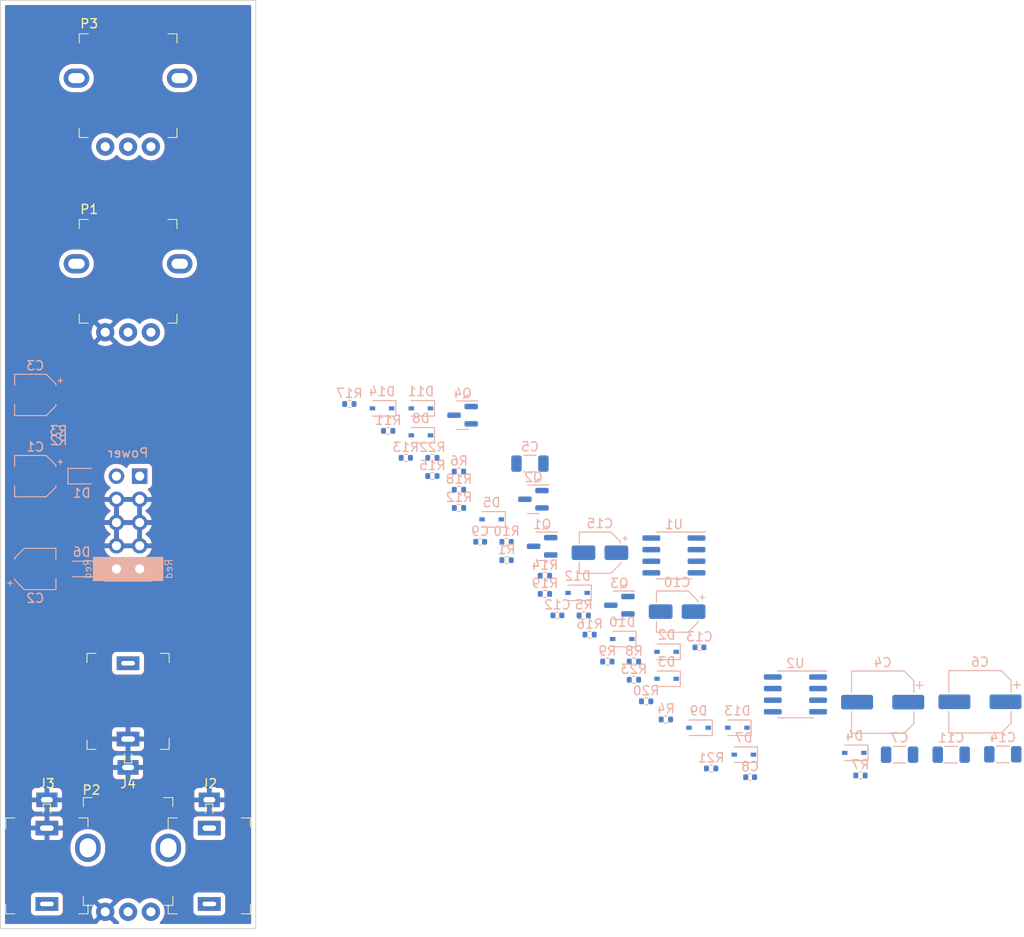
<source format=kicad_pcb>
(kicad_pcb (version 20211014) (generator pcbnew)
  (layers (0 "F.Cu" signal) (31 "B.Cu" signal) (34 "B.Paste" user) (35 "F.Paste" user) (36 "B.SilkS" user "B.Silkscreen") (37 "F.SilkS" user "F.Silkscreen") (38 "B.Mask" user) (39 "F.Mask" user) (44 "Edge.Cuts" user))
  (net 0 "")
  (net 1 "+12V")
  (net 2 "GND")
  (net 3 "-12V")
  (net 4 "+6V")
  (net 5 "Net-(C4-Pad1)")
  (net 6 "Net-(C4-Pad2)")
  (net 7 "Net-(C5-Pad1)")
  (net 8 "Net-(C5-Pad2)")
  (net 9 "Net-(C6-Pad1)")
  (net 10 "Net-(C6-Pad2)")
  (net 11 "Net-(C7-Pad1)")
  (net 12 "Net-(C7-Pad2)")
  (net 13 "Net-(C10-Pad1)")
  (net 14 "Net-(C10-Pad2)")
  (net 15 "Net-(C11-Pad1)")
  (net 16 "Net-(C11-Pad2)")
  (net 17 "Net-(C14-Pad1)")
  (net 18 "Net-(C14-Pad2)")
  (net 19 "Net-(C15-Pad1)")
  (net 20 "Net-(C15-Pad2)")
  (net 21 "Net-(D1-Pad2)")
  (net 22 "Net-(D2-Pad1)")
  (net 23 "Net-(D2-Pad2)")
  (net 24 "Net-(D3-Pad1)")
  (net 25 "Net-(D4-Pad1)")
  (net 26 "Net-(D5-Pad1)")
  (net 27 "Net-(D6-Pad1)")
  (net 28 "Net-(J3-PadT)")
  (net 29 "Net-(J4-PadT)")
  (net 30 "Net-(P2-PadW)")
  (net 31 "Net-(P3-PadCCW)")
  (net 32 "Net-(P3-PadCW)")
  (net 33 "Net-(P3-PadW)")
  (net 34 "Net-(Q1-Pad2)")
  (net 35 "Net-(Q3-Pad1)")
  (net 36 "Net-(Q3-Pad2)")
  (net 37 "Net-(Q3-Pad3)")
  (net 38 "Net-(R4-Pad1)")
  (net 39 "Net-(R7-Pad2)")
  (net 40 "Net-(R14-Pad2)")
  (net 41 "Net-(R15-Pad2)")
  (net 42 "Net-(R22-Pad2)")
  (footprint "Connector_Audio_QingPu:Jack_3.5mm_QingPu_WQP-PJ301M-12" (layer "F.Cu") (at 5.08 93.98 180)
    (fp_text reference "J3" (at 0 8.255) (layer "F.SilkS"))
    (fp_text value "In")
    (pad "S" thru_hole rect (at 0 6.48 180) (size 2.3 1.6) (drill oval 1.3 0.6) (layers *.Cu *.Mask) (net 2 "GND"))
    (pad "T" thru_hole rect (at 0 -4.92 180) (size 2.5 1.5) (drill oval 1.5 0.5) (layers *.Cu *.Mask) (net 28 "Net-(J3-PadT)"))
    (pad "TN" thru_hole rect (at 0 3.38 180) (size 2.5 1.6) (drill oval 1.5 0.6) (layers *.Cu *.Mask) (net 2 "GND"))
  )
  (footprint "Potentiometer_THT_Additional:Potentiometer_AlpsAlpine_RK09L1140" (layer "F.Cu") (at 13.97 16.002)
    (fp_text reference "P3" (at -5.334 -13.462) (layer "F.SilkS") (effects (justify left)))
    (fp_text value "100k")
    (pad "" np_thru_hole oval (at 5.65 -7.5) (size 2.8 2.1) (drill oval 1.8 1.1) (layers *.Cu *.Mask))
    (pad "" np_thru_hole oval (at -5.65 -7.5) (size 2.8 2.1) (drill oval 1.8 1.1) (layers *.Cu *.Mask))
    (pad "CCW" thru_hole circle (at -2.5 0) (size 2 2) (drill 1) (layers *.Cu *.Mask) (net 31 "Net-(P3-PadCCW)"))
    (pad "CW" thru_hole circle (at 2.5 0) (size 2 2) (drill 1) (layers *.Cu *.Mask) (net 32 "Net-(P3-PadCW)"))
    (pad "W" thru_hole circle (at 0 0) (size 2 2) (drill 1) (layers *.Cu *.Mask) (net 33 "Net-(P3-PadW)"))
  )
  (footprint "Potentiometer_THT_Additional:Potentiometer_AlpsAlpine_RK09K1130" (layer "F.Cu") (at 13.97 99.7585)
    (fp_text reference "P2" (at -5.08 -13.335) (layer "F.SilkS") (effects (justify left)))
    (fp_text value "100k")
    (pad "" np_thru_hole oval locked (at -4.4 -7) (size 2.8 3.1) (drill oval 1.8 2.1) (layers *.Cu *.Mask))
    (pad "" np_thru_hole oval locked (at 4.4 -7) (size 2.8 3.1) (drill oval 1.8 2.1) (layers *.Cu *.Mask))
    (pad "CCW" thru_hole circle locked (at -2.5 0) (size 2 2) (drill 1) (layers *.Cu *.Mask) (net 2 "GND"))
    (pad "CW" thru_hole circle locked (at 2.5 0) (size 2 2) (drill 1) (layers *.Cu *.Mask) (net 28 "Net-(J3-PadT)"))
    (pad "W" thru_hole circle locked (at 0 0) (size 2 2) (drill 1) (layers *.Cu *.Mask) (net 30 "Net-(P2-PadW)"))
  )
  (footprint "Connector_Audio_QingPu:Jack_3.5mm_QingPu_WQP-PJ301M-12" (layer "F.Cu") (at 13.97 77.47)
    (fp_text reference "J4" (at 0 8.255) (layer "F.SilkS"))
    (fp_text value "CV")
    (pad "S" thru_hole rect (at 0 6.48) (size 2.3 1.6) (drill oval 1.3 0.6) (layers *.Cu *.Mask) (net 2 "GND"))
    (pad "T" thru_hole rect (at 0 -4.92) (size 2.5 1.5) (drill oval 1.5 0.5) (layers *.Cu *.Mask) (net 29 "Net-(J4-PadT)"))
    (pad "TN" thru_hole rect (at 0 3.38) (size 2.5 1.6) (drill oval 1.5 0.6) (layers *.Cu *.Mask) (net 2 "GND"))
  )
  (footprint "Potentiometer_THT_Additional:Potentiometer_AlpsAlpine_RK09L1140" (layer "F.Cu") (at 13.97 36.322)
    (fp_text reference "P1" (at -5.334 -13.462) (layer "F.SilkS") (effects (justify left)))
    (fp_text value "100k")
    (pad "" np_thru_hole oval (at -5.65 -7.5) (size 2.8 2.1) (drill oval 1.8 1.1) (layers *.Cu *.Mask))
    (pad "" np_thru_hole oval (at 5.65 -7.5) (size 2.8 2.1) (drill oval 1.8 1.1) (layers *.Cu *.Mask))
    (pad "CCW" thru_hole circle (at -2.5 0) (size 2 2) (drill 1) (layers *.Cu *.Mask) (net 2 "GND"))
    (pad "CW" thru_hole circle (at 2.5 0) (size 2 2) (drill 1) (layers *.Cu *.Mask) (net 10 "Net-(C6-Pad2)"))
    (pad "W" thru_hole circle (at 0 0) (size 2 2) (drill 1) (layers *.Cu *.Mask) (net 13 "Net-(C10-Pad1)"))
  )
  (footprint "Connector_Audio_QingPu:Jack_3.5mm_QingPu_WQP-PJ301M-12" (layer "F.Cu") (at 22.86 93.98 180)
    (fp_text reference "J2" (at 0 8.255) (layer "F.SilkS"))
    (fp_text value "Out")
    (pad "S" thru_hole rect (at 0 6.48 180) (size 2.3 1.6) (drill oval 1.3 0.6) (layers *.Cu *.Mask) (net 2 "GND"))
    (pad "T" thru_hole rect (at 0 -4.92 180) (size 2.5 1.5) (drill oval 1.5 0.5) (layers *.Cu *.Mask) (net 6 "Net-(C4-Pad2)"))
    (pad "TN" thru_hole rect (at 0 3.38 180) (size 2.5 1.6) (drill oval 1.5 0.6) (layers *.Cu *.Mask))
  )
  (footprint "Resistor_SMD:R_0402_1005Metric" (layer "B.Cu") (at 59.6 62.97 180)
    (fp_text reference "R14" (at 0 1.17) (layer "B.SilkS") (effects (justify mirror)))
    (fp_text value "10k")
    (pad "1" smd roundrect (at -0.51 0 180) (size 0.54 0.64) (layers "B.Cu" "B.Paste" "B.Mask") (net 29 "Net-(J4-PadT)"))
    (pad "2" smd roundrect (at 0.51 0 180) (size 0.54 0.64) (layers "B.Cu" "B.Paste" "B.Mask") (net 40 "Net-(R14-Pad2)"))
  )
  (footprint "Package_SO:SOIC-8_3.9x4.9mm_P1.27mm" (layer "B.Cu") (at 73.72 60.75 180)
    (fp_text reference "U1" (at 0 3.4) (layer "B.SilkS") (effects (justify mirror)))
    (fp_text value "OP07")
    (pad "1" smd roundrect (at -2.475 1.905 180) (size 1.95 0.6) (layers "B.Cu" "B.Paste" "B.Mask"))
    (pad "2" smd roundrect (at -2.475 0.635 180) (size 1.95 0.6) (layers "B.Cu" "B.Paste" "B.Mask") (net 38 "Net-(R4-Pad1)"))
    (pad "3" smd roundrect (at -2.475 -0.635 180) (size 1.95 0.6) (layers "B.Cu" "B.Paste" "B.Mask") (net 39 "Net-(R7-Pad2)"))
    (pad "4" smd roundrect (at -2.475 -1.905 180) (size 1.95 0.6) (layers "B.Cu" "B.Paste" "B.Mask") (net 3 "-12V"))
    (pad "5" smd roundrect (at 2.475 -1.905 180) (size 1.95 0.6) (layers "B.Cu" "B.Paste" "B.Mask"))
    (pad "6" smd roundrect (at 2.475 -0.635 180) (size 1.95 0.6) (layers "B.Cu" "B.Paste" "B.Mask") (net 9 "Net-(C6-Pad1)"))
    (pad "7" smd roundrect (at 2.475 0.635 180) (size 1.95 0.6) (layers "B.Cu" "B.Paste" "B.Mask") (net 1 "+12V"))
    (pad "8" smd roundrect (at 2.475 1.905 180) (size 1.95 0.6) (layers "B.Cu" "B.Paste" "B.Mask"))
  )
  (footprint "Capacitor_SMD:C_1206_3216Metric" (layer "B.Cu") (at 104.07 82.56 180)
    (fp_text reference "C11" (at 0 1.85) (layer "B.SilkS") (effects (justify mirror)))
    (fp_text value "47n")
    (pad "1" smd roundrect (at -1.475 0 180) (size 1.15 1.8) (layers "B.Cu" "B.Paste" "B.Mask") (roundrect_rratio 0.217391) (net 15 "Net-(C11-Pad1)"))
    (pad "2" smd roundrect (at 1.475 0 180) (size 1.15 1.8) (layers "B.Cu" "B.Paste" "B.Mask") (roundrect_rratio 0.217391) (net 16 "Net-(C11-Pad2)"))
  )
  (footprint "Capacitor_SMD:CP_Elec_4x5.4" (layer "B.Cu") (at 65.62 60.45 180)
    (fp_text reference "C15" (at 0 3.2) (layer "B.SilkS") (effects (justify mirror)))
    (fp_text value "10u")
    (pad "1" smd roundrect (at -1.8 0 180) (size 2.6 1.6) (layers "B.Cu" "B.Paste" "B.Mask") (roundrect_rratio 0.15625) (net 19 "Net-(C15-Pad1)"))
    (pad "2" smd roundrect (at 1.8 0 180) (size 2.6 1.6) (layers "B.Cu" "B.Paste" "B.Mask") (roundrect_rratio 0.15625) (net 20 "Net-(C15-Pad2)"))
  )
  (footprint "Capacitor_SMD:C_1206_3216Metric" (layer "B.Cu") (at 98.42 82.56 180)
    (fp_text reference "C7" (at 0 1.85) (layer "B.SilkS") (effects (justify mirror)))
    (fp_text value "47n")
    (pad "1" smd roundrect (at -1.475 0 180) (size 1.15 1.8) (layers "B.Cu" "B.Paste" "B.Mask") (roundrect_rratio 0.217391) (net 11 "Net-(C7-Pad1)"))
    (pad "2" smd roundrect (at 1.475 0 180) (size 1.15 1.8) (layers "B.Cu" "B.Paste" "B.Mask") (roundrect_rratio 0.217391) (net 12 "Net-(C7-Pad2)"))
  )
  (footprint "Capacitor_SMD:C_1206_3216Metric" (layer "B.Cu") (at 109.72 82.52 180)
    (fp_text reference "C14" (at 0 1.85) (layer "B.SilkS") (effects (justify mirror)))
    (fp_text value "47n")
    (pad "1" smd roundrect (at -1.475 0 180) (size 1.15 1.8) (layers "B.Cu" "B.Paste" "B.Mask") (roundrect_rratio 0.217391) (net 17 "Net-(C14-Pad1)"))
    (pad "2" smd roundrect (at 1.475 0 180) (size 1.15 1.8) (layers "B.Cu" "B.Paste" "B.Mask") (roundrect_rratio 0.217391) (net 18 "Net-(C14-Pad2)"))
  )
  (footprint "Diode_SMD:D_SOD-323" (layer "B.Cu") (at 93.47 82.36 180)
    (fp_text reference "D4" (at 0 1.85) (layer "B.SilkS") (effects (justify mirror)))
    (fp_text value "1N4148WS")
    (pad "1" smd rect (at -1.05 0 180) (size 0.6 0.45) (layers "B.Cu" "B.Paste" "B.Mask") (net 25 "Net-(D4-Pad1)"))
    (pad "2" smd rect (at 1.05 0 180) (size 0.6 0.45) (layers "B.Cu" "B.Paste" "B.Mask") (net 22 "Net-(D2-Pad1)"))
  )
  (footprint "Package_SO:SOIC-8_3.9x4.9mm_P1.27mm" (layer "B.Cu") (at 87.02 75.96 180)
    (fp_text reference "U2" (at 0 3.4) (layer "B.SilkS") (effects (justify mirror)))
    (fp_text value "OP07")
    (pad "1" smd roundrect (at -2.475 1.905 180) (size 1.95 0.6) (layers "B.Cu" "B.Paste" "B.Mask"))
    (pad "2" smd roundrect (at -2.475 0.635 180) (size 1.95 0.6) (layers "B.Cu" "B.Paste" "B.Mask") (net 40 "Net-(R14-Pad2)"))
    (pad "3" smd roundrect (at -2.475 -0.635 180) (size 1.95 0.6) (layers "B.Cu" "B.Paste" "B.Mask") (net 42 "Net-(R22-Pad2)"))
    (pad "4" smd roundrect (at -2.475 -1.905 180) (size 1.95 0.6) (layers "B.Cu" "B.Paste" "B.Mask") (net 3 "-12V"))
    (pad "5" smd roundrect (at 2.475 -1.905 180) (size 1.95 0.6) (layers "B.Cu" "B.Paste" "B.Mask"))
    (pad "6" smd roundrect (at 2.475 -0.635 180) (size 1.95 0.6) (layers "B.Cu" "B.Paste" "B.Mask") (net 41 "Net-(R15-Pad2)"))
    (pad "7" smd roundrect (at 2.475 0.635 180) (size 1.95 0.6) (layers "B.Cu" "B.Paste" "B.Mask") (net 1 "+12V"))
    (pad "8" smd roundrect (at 2.475 1.905 180) (size 1.95 0.6) (layers "B.Cu" "B.Paste" "B.Mask"))
  )
  (footprint "Package_TO_SOT_SMD:SOT-23" (layer "B.Cu") (at 59.3 59.75 180)
    (fp_text reference "Q1" (at 0 2.4) (layer "B.SilkS") (effects (justify mirror)))
    (fp_text value "MMBT3904")
    (pad "1" smd roundrect (at -0.9375 0.95 180) (size 1.475 0.6) (layers "B.Cu" "B.Paste" "B.Mask") (net 20 "Net-(C15-Pad2)"))
    (pad "2" smd roundrect (at -0.9375 -0.95 180) (size 1.475 0.6) (layers "B.Cu" "B.Paste" "B.Mask") (net 34 "Net-(Q1-Pad2)"))
    (pad "3" smd roundrect (at 0.9375 0 180) (size 1.475 0.6) (layers "B.Cu" "B.Paste" "B.Mask") (net 17 "Net-(C14-Pad1)"))
  )
  (footprint "Resistor_SMD:R_0402_1005Metric" (layer "B.Cu") (at 64.49 69.42 180)
    (fp_text reference "R16" (at 0 1.17) (layer "B.SilkS") (effects (justify mirror)))
    (fp_text value "33k")
    (pad "1" smd roundrect (at -0.51 0 180) (size 0.54 0.64) (layers "B.Cu" "B.Paste" "B.Mask") (net 32 "Net-(P3-PadCW)"))
    (pad "2" smd roundrect (at 0.51 0 180) (size 0.54 0.64) (layers "B.Cu" "B.Paste" "B.Mask") (net 1 "+12V"))
  )
  (footprint "Resistor_SMD:R_0402_1005Metric" (layer "B.Cu") (at 55.4 59.27 180)
    (fp_text reference "R10" (at 0 1.17) (layer "B.SilkS") (effects (justify mirror)))
    (fp_text value "10k")
    (pad "1" smd roundrect (at -0.51 0 180) (size 0.54 0.64) (layers "B.Cu" "B.Paste" "B.Mask") (net 30 "Net-(P2-PadW)"))
    (pad "2" smd roundrect (at 0.51 0 180) (size 0.54 0.64) (layers "B.Cu" "B.Paste" "B.Mask") (net 19 "Net-(C15-Pad1)"))
  )
  (footprint "Capacitor_SMD:CP_Elec_4x5.4" (layer "B.Cu") (at 3.81 43.18 180)
    (fp_text reference "C3" (at 0 3.2) (layer "B.SilkS") (effects (justify mirror)))
    (fp_text value "10u")
    (pad "1" smd roundrect (at -1.8 0 180) (size 2.6 1.6) (layers "B.Cu" "B.Paste" "B.Mask") (roundrect_rratio 0.15625) (net 4 "+6V"))
    (pad "2" smd roundrect (at 1.8 0 180) (size 2.6 1.6) (layers "B.Cu" "B.Paste" "B.Mask") (roundrect_rratio 0.15625) (net 2 "GND"))
  )
  (footprint "Capacitor_SMD:CP_Elec_4x5.4" (layer "B.Cu") (at 3.81 52.07 180)
    (fp_text reference "C1" (at 0 3.2) (layer "B.SilkS") (effects (justify mirror)))
    (fp_text value "10u")
    (pad "1" smd roundrect (at -1.8 0 180) (size 2.6 1.6) (layers "B.Cu" "B.Paste" "B.Mask") (roundrect_rratio 0.15625) (net 1 "+12V"))
    (pad "2" smd roundrect (at 1.8 0 180) (size 2.6 1.6) (layers "B.Cu" "B.Paste" "B.Mask") (roundrect_rratio 0.15625) (net 2 "GND"))
  )
  (footprint "Resistor_SMD:R_0402_1005Metric" (layer "B.Cu") (at 55.4 61.26 180)
    (fp_text reference "R1" (at 0 1.17) (layer "B.SilkS") (effects (justify mirror)))
    (fp_text value "1k")
    (pad "1" smd roundrect (at -0.51 0 180) (size 0.54 0.64) (layers "B.Cu" "B.Paste" "B.Mask") (net 23 "Net-(D2-Pad2)"))
    (pad "2" smd roundrect (at 0.51 0 180) (size 0.54 0.64) (layers "B.Cu" "B.Paste" "B.Mask") (net 1 "+12V"))
  )
  (footprint "Diode_SMD:D_SOD-323" (layer "B.Cu") (at 8.89 62.23 180)
    (fp_text reference "D6" (at 0 1.85) (layer "B.SilkS") (effects (justify mirror)))
    (fp_text value "B5817")
    (pad "1" smd rect (at -1.05 0 180) (size 0.6 0.45) (layers "B.Cu" "B.Paste" "B.Mask") (net 27 "Net-(D6-Pad1)"))
    (pad "2" smd rect (at 1.05 0 180) (size 0.6 0.45) (layers "B.Cu" "B.Paste" "B.Mask") (net 3 "-12V"))
  )
  (footprint "Capacitor_SMD:CP_Elec_4x5.4" (layer "B.Cu") (at 74.07 66.9 180)
    (fp_text reference "C10" (at 0 3.2) (layer "B.SilkS") (effects (justify mirror)))
    (fp_text value "10u")
    (pad "1" smd roundrect (at -1.8 0 180) (size 2.6 1.6) (layers "B.Cu" "B.Paste" "B.Mask") (roundrect_rratio 0.15625) (net 13 "Net-(C10-Pad1)"))
    (pad "2" smd roundrect (at 1.8 0 180) (size 2.6 1.6) (layers "B.Cu" "B.Paste" "B.Mask") (roundrect_rratio 0.15625) (net 14 "Net-(C10-Pad2)"))
  )
  (footprint "Package_TO_SOT_SMD:SOT-23" (layer "B.Cu") (at 58.34 54.6 180)
    (fp_text reference "Q2" (at 0 2.4) (layer "B.SilkS") (effects (justify mirror)))
    (fp_text value "MMBT3904")
    (pad "1" smd roundrect (at -0.9375 0.95 180) (size 1.475 0.6) (layers "B.Cu" "B.Paste" "B.Mask") (net 14 "Net-(C10-Pad2)"))
    (pad "2" smd roundrect (at -0.9375 -0.95 180) (size 1.475 0.6) (layers "B.Cu" "B.Paste" "B.Mask") (net 34 "Net-(Q1-Pad2)"))
    (pad "3" smd roundrect (at 0.9375 0 180) (size 1.475 0.6) (layers "B.Cu" "B.Paste" "B.Mask") (net 18 "Net-(C14-Pad2)"))
  )
  (footprint "Capacitor_SMD:C_0402_1005Metric" (layer "B.Cu") (at 76.51 70.81 180)
    (fp_text reference "C13" (at 0 1.16) (layer "B.SilkS") (effects (justify mirror)))
    (fp_text value "100n")
    (pad "1" smd roundrect (at -0.48 0 180) (size 0.56 0.62) (layers "B.Cu" "B.Paste" "B.Mask") (net 2 "GND"))
    (pad "2" smd roundrect (at 0.48 0 180) (size 0.56 0.62) (layers "B.Cu" "B.Paste" "B.Mask") (net 3 "-12V"))
  )
  (footprint "Resistor_SMD:R_0402_1005Metric" (layer "B.Cu") (at 66.43 72.37 180)
    (fp_text reference "R9" (at 0 1.17) (layer "B.SilkS") (effects (justify mirror)))
    (fp_text value "18k")
    (pad "1" smd roundrect (at -0.51 0 180) (size 0.54 0.64) (layers "B.Cu" "B.Paste" "B.Mask") (net 2 "GND"))
    (pad "2" smd roundrect (at 0.51 0 180) (size 0.54 0.64) (layers "B.Cu" "B.Paste" "B.Mask") (net 13 "Net-(C10-Pad1)"))
  )
  (footprint "Resistor_SMD:R_0402_1005Metric" (layer "B.Cu") (at 59.6 64.96 180)
    (fp_text reference "R19" (at 0 1.17) (layer "B.SilkS") (effects (justify mirror)))
    (fp_text value "33k")
    (pad "1" smd roundrect (at -0.51 0 180) (size 0.54 0.64) (layers "B.Cu" "B.Paste" "B.Mask") (net 41 "Net-(R15-Pad2)"))
    (pad "2" smd roundrect (at 0.51 0 180) (size 0.54 0.64) (layers "B.Cu" "B.Paste" "B.Mask") (net 35 "Net-(Q3-Pad1)"))
  )
  (footprint "Diode_SMD:D_SOD-323" (layer "B.Cu") (at 46.02 47.6 180)
    (fp_text reference "D8" (at 0 1.85) (layer "B.SilkS") (effects (justify mirror)))
    (fp_text value "1N4148WS")
    (pad "1" smd rect (at -1.05 0 180) (size 0.6 0.45) (layers "B.Cu" "B.Paste" "B.Mask") (net 8 "Net-(C5-Pad2)"))
    (pad "2" smd rect (at 1.05 0 180) (size 0.6 0.45) (layers "B.Cu" "B.Paste" "B.Mask") (net 26 "Net-(D5-Pad1)"))
  )
  (footprint "Resistor_SMD:R_0402_1005Metric" (layer "B.Cu") (at 42.44 47.12 180)
    (fp_text reference "R11" (at 0 1.17) (layer "B.SilkS") (effects (justify mirror)))
    (fp_text value "33k")
    (pad "1" smd roundrect (at -0.51 0 180) (size 0.54 0.64) (layers "B.Cu" "B.Paste" "B.Mask") (net 2 "GND"))
    (pad "2" smd roundrect (at 0.51 0 180) (size 0.54 0.64) (layers "B.Cu" "B.Paste" "B.Mask") (net 19 "Net-(C15-Pad1)"))
  )
  (footprint "Diode_SMD:D_SOD-323" (layer "B.Cu") (at 63.18 64.85 180)
    (fp_text reference "D12" (at 0 1.85) (layer "B.SilkS") (effects (justify mirror)))
    (fp_text value "1N4148WS")
    (pad "1" smd rect (at -1.05 0 180) (size 0.6 0.45) (layers "B.Cu" "B.Paste" "B.Mask") (net 16 "Net-(C11-Pad2)"))
    (pad "2" smd rect (at 1.05 0 180) (size 0.6 0.45) (layers "B.Cu" "B.Paste" "B.Mask") (net 12 "Net-(C7-Pad2)"))
  )
  (footprint "Resistor_SMD:R_0402_1005Metric" (layer "B.Cu") (at 94.14 84.83 180)
    (fp_text reference "R7" (at 0 1.17) (layer "B.SilkS") (effects (justify mirror)))
    (fp_text value "6.8k")
    (pad "1" smd roundrect (at -0.51 0 180) (size 0.54 0.64) (layers "B.Cu" "B.Paste" "B.Mask") (net 8 "Net-(C5-Pad2)"))
    (pad "2" smd roundrect (at 0.51 0 180) (size 0.54 0.64) (layers "B.Cu" "B.Paste" "B.Mask") (net 39 "Net-(R7-Pad2)"))
  )
  (footprint "Resistor_SMD:R_0402_1005Metric" (layer "B.Cu") (at 6.35 46.99)
    (fp_text reference "R2" (at 0 1.17) (layer "B.SilkS") (effects (justify mirror)))
    (fp_text value "10k")
    (pad "1" smd roundrect (at -0.51 0) (size 0.54 0.64) (layers "B.Cu" "B.Paste" "B.Mask") (net 1 "+12V"))
    (pad "2" smd roundrect (at 0.51 0) (size 0.54 0.64) (layers "B.Cu" "B.Paste" "B.Mask") (net 4 "+6V"))
  )
  (footprint "Resistor_SMD:R_0402_1005Metric" (layer "B.Cu") (at 72.84 78.71 180)
    (fp_text reference "R4" (at 0 1.17) (layer "B.SilkS") (effects (justify mirror)))
    (fp_text value "82k")
    (pad "1" smd roundrect (at -0.51 0 180) (size 0.54 0.64) (layers "B.Cu" "B.Paste" "B.Mask") (net 38 "Net-(R4-Pad1)"))
    (pad "2" smd roundrect (at 0.51 0 180) (size 0.54 0.64) (layers "B.Cu" "B.Paste" "B.Mask") (net 9 "Net-(C6-Pad1)"))
  )
  (footprint "Package_TO_SOT_SMD:SOT-23" (layer "B.Cu") (at 67.75 66.2 180)
    (fp_text reference "Q3" (at 0 2.4) (layer "B.SilkS") (effects (justify mirror)))
    (fp_text value "MMBT3904")
    (pad "1" smd roundrect (at -0.9375 0.95 180) (size 1.475 0.6) (layers "B.Cu" "B.Paste" "B.Mask") (net 35 "Net-(Q3-Pad1)"))
    (pad "2" smd roundrect (at -0.9375 -0.95 180) (size 1.475 0.6) (layers "B.Cu" "B.Paste" "B.Mask") (net 36 "Net-(Q3-Pad2)"))
    (pad "3" smd roundrect (at 0.9375 0 180) (size 1.475 0.6) (layers "B.Cu" "B.Paste" "B.Mask") (net 37 "Net-(Q3-Pad3)"))
  )
  (footprint "Resistor_SMD:R_0402_1005Metric" (layer "B.Cu") (at 63.85 67.32 180)
    (fp_text reference "R5" (at 0 1.17) (layer "B.SilkS") (effects (justify mirror)))
    (fp_text value "6.8k")
    (pad "1" smd roundrect (at -0.51 0 180) (size 0.54 0.64) (layers "B.Cu" "B.Paste" "B.Mask") (net 7 "Net-(C5-Pad1)"))
    (pad "2" smd roundrect (at 0.51 0 180) (size 0.54 0.64) (layers "B.Cu" "B.Paste" "B.Mask") (net 38 "Net-(R4-Pad1)"))
  )
  (footprint "Diode_SMD:D_SOD-323" (layer "B.Cu") (at 8.89 52.07)
    (fp_text reference "D1" (at 0 1.85) (layer "B.SilkS") (effects (justify mirror)))
    (fp_text value "B5817")
    (pad "1" smd rect (at -1.05 0) (size 0.6 0.45) (layers "B.Cu" "B.Paste" "B.Mask") (net 1 "+12V"))
    (pad "2" smd rect (at 1.05 0) (size 0.6 0.45) (layers "B.Cu" "B.Paste" "B.Mask") (net 21 "Net-(D1-Pad2)"))
  )
  (footprint "Diode_SMD:D_SOD-323" (layer "B.Cu") (at 72.92 71.3 180)
    (fp_text reference "D2" (at 0 1.85) (layer "B.SilkS") (effects (justify mirror)))
    (fp_text value "1N4148WS")
    (pad "1" smd rect (at -1.05 0 180) (size 0.6 0.45) (layers "B.Cu" "B.Paste" "B.Mask") (net 22 "Net-(D2-Pad1)"))
    (pad "2" smd rect (at 1.05 0 180) (size 0.6 0.45) (layers "B.Cu" "B.Paste" "B.Mask") (net 23 "Net-(D2-Pad2)"))
  )
  (footprint "CATs_Eurosynth_Specials:Power_2x5_Vertical" (layer "B.Cu") (at 15.24 52.07 180)
    (fp_text reference "J1" hide)
    (fp_text value "Power" (at 1.27 2.54) (layer "B.SilkS") (effects (justify mirror)))
    (fp_text user "Red" (at 5.715 -10.16 90) (layer "B.SilkS") (effects (font (size 0.8 0.8) (thickness 0.1)) (justify mirror)))
    (fp_text user "Red" (at -3.175 -10.16 90) (layer "B.SilkS") (effects (font (size 0.8 0.8) (thickness 0.1)) (justify mirror)))
    (pad "+12V" thru_hole rect locked (at 0 0 180) (size 1.7 1.7) (drill 1) (layers *.Cu *.Mask) (net 21 "Net-(D1-Pad2)"))
    (pad "+12V" thru_hole oval locked (at 2.54 0 180) (size 1.7 1.7) (drill 1) (layers *.Cu *.Mask) (net 21 "Net-(D1-Pad2)"))
    (pad "-12V" thru_hole oval locked (at 2.54 -10.16 180) (size 1.7 1.7) (drill 1) (layers *.Cu *.Mask) (net 27 "Net-(D6-Pad1)"))
    (pad "-12V" thru_hole oval locked (at 0 -10.16 180) (size 1.7 1.7) (drill 1) (layers *.Cu *.Mask) (net 27 "Net-(D6-Pad1)"))
    (pad "GND" thru_hole oval locked (at 0 -2.54 180) (size 1.7 1.7) (drill 1) (layers *.Cu *.Mask) (net 2 "GND"))
    (pad "GND" thru_hole oval locked (at 0 -5.08 180) (size 1.7 1.7) (drill 1) (layers *.Cu *.Mask) (net 2 "GND"))
    (pad "GND" thru_hole oval locked (at 2.54 -7.62 180) (size 1.7 1.7) (drill 1) (layers *.Cu *.Mask) (net 2 "GND"))
    (pad "GND" thru_hole oval locked (at 2.54 -2.54 180) (size 1.7 1.7) (drill 1) (layers *.Cu *.Mask) (net 2 "GND"))
    (pad "GND" thru_hole oval locked (at 0 -7.62 180) (size 1.7 1.7) (drill 1) (layers *.Cu *.Mask) (net 2 "GND"))
    (pad "GND" thru_hole oval locked (at 2.54 -5.08 180) (size 1.7 1.7) (drill 1) (layers *.Cu *.Mask) (net 2 "GND"))
  )
  (footprint "Diode_SMD:D_SOD-323" (layer "B.Cu") (at 76.42 79.61 180)
    (fp_text reference "D9" (at 0 1.85) (layer "B.SilkS") (effects (justify mirror)))
    (fp_text value "1N4148WS")
    (pad "1" smd rect (at -1.05 0 180) (size 0.6 0.45) (layers "B.Cu" "B.Paste" "B.Mask") (net 11 "Net-(C7-Pad1)"))
    (pad "2" smd rect (at 1.05 0 180) (size 0.6 0.45) (layers "B.Cu" "B.Paste" "B.Mask") (net 7 "Net-(C5-Pad1)"))
  )
  (footprint "Diode_SMD:D_SOD-323" (layer "B.Cu") (at 80.67 79.61 180)
    (fp_text reference "D13" (at 0 1.85) (layer "B.SilkS") (effects (justify mirror)))
    (fp_text value "1N4148WS")
    (pad "1" smd rect (at -1.05 0 180) (size 0.6 0.45) (layers "B.Cu" "B.Paste" "B.Mask") (net 17 "Net-(C14-Pad1)"))
    (pad "2" smd rect (at 1.05 0 180) (size 0.6 0.45) (layers "B.Cu" "B.Paste" "B.Mask") (net 15 "Net-(C11-Pad1)"))
  )
  (footprint "Capacitor_SMD:CP_Elec_4x5.4" (layer "B.Cu") (at 3.81 62.23)
    (fp_text reference "C2" (at 0 3.2) (layer "B.SilkS") (effects (justify mirror)))
    (fp_text value "10u")
    (pad "1" smd roundrect (at -1.8 0) (size 2.6 1.6) (layers "B.Cu" "B.Paste" "B.Mask") (roundrect_rratio 0.15625) (net 2 "GND"))
    (pad "2" smd roundrect (at 1.8 0) (size 2.6 1.6) (layers "B.Cu" "B.Paste" "B.Mask") (roundrect_rratio 0.15625) (net 3 "-12V"))
  )
  (footprint "Capacitor_SMD:C_0402_1005Metric" (layer "B.Cu") (at 60.96 67.31 180)
    (fp_text reference "C12" (at 0 1.16) (layer "B.SilkS") (effects (justify mirror)))
    (fp_text value "100n")
    (pad "1" smd roundrect (at -0.48 0 180) (size 0.56 0.62) (layers "B.Cu" "B.Paste" "B.Mask") (net 2 "GND"))
    (pad "2" smd roundrect (at 0.48 0 180) (size 0.56 0.62) (layers "B.Cu" "B.Paste" "B.Mask") (net 3 "-12V"))
  )
  (footprint "Resistor_SMD:R_0402_1005Metric" (layer "B.Cu") (at 38.19 44.17 180)
    (fp_text reference "R17" (at 0 1.17) (layer "B.SilkS") (effects (justify mirror)))
    (fp_text value "4.7k")
    (pad "1" smd roundrect (at -0.51 0 180) (size 0.54 0.64) (layers "B.Cu" "B.Paste" "B.Mask") (net 37 "Net-(Q3-Pad3)"))
    (pad "2" smd roundrect (at 0.51 0 180) (size 0.54 0.64) (layers "B.Cu" "B.Paste" "B.Mask") (net 1 "+12V"))
  )
  (footprint "Resistor_SMD:R_0402_1005Metric" (layer "B.Cu") (at 70.68 76.72 180)
    (fp_text reference "R20" (at 0 1.17) (layer "B.SilkS") (effects (justify mirror)))
    (fp_text value "2.2k")
    (pad "1" smd roundrect (at -0.51 0 180) (size 0.54 0.64) (layers "B.Cu" "B.Paste" "B.Mask") (net 2 "GND"))
    (pad "2" smd roundrect (at 0.51 0 180) (size 0.54 0.64) (layers "B.Cu" "B.Paste" "B.Mask") (net 35 "Net-(Q3-Pad1)"))
  )
  (footprint "Capacitor_SMD:C_0402_1005Metric" (layer "B.Cu") (at 82.06 85.02 180)
    (fp_text reference "C8" (at 0 1.16) (layer "B.SilkS") (effects (justify mirror)))
    (fp_text value "100n")
    (pad "1" smd roundrect (at -0.48 0 180) (size 0.56 0.62) (layers "B.Cu" "B.Paste" "B.Mask") (net 1 "+12V"))
    (pad "2" smd roundrect (at 0.48 0 180) (size 0.56 0.62) (layers "B.Cu" "B.Paste" "B.Mask") (net 2 "GND"))
  )
  (footprint "Resistor_SMD:R_0402_1005Metric" (layer "B.Cu") (at 47.28 50.07 180)
    (fp_text reference "R22" (at 0 1.17) (layer "B.SilkS") (effects (justify mirror)))
    (fp_text value "10k")
    (pad "1" smd roundrect (at -0.51 0 180) (size 0.54 0.64) (layers "B.Cu" "B.Paste" "B.Mask") (net 2 "GND"))
    (pad "2" smd roundrect (at 0.51 0 180) (size 0.54 0.64) (layers "B.Cu" "B.Paste" "B.Mask") (net 42 "Net-(R22-Pad2)"))
  )
  (footprint "Diode_SMD:D_SOD-323" (layer "B.Cu") (at 46.02 44.65 180)
    (fp_text reference "D11" (at 0 1.85) (layer "B.SilkS") (effects (justify mirror)))
    (fp_text value "1N4148WS")
    (pad "1" smd rect (at -1.05 0 180) (size 0.6 0.45) (layers "B.Cu" "B.Paste" "B.Mask") (net 15 "Net-(C11-Pad1)"))
    (pad "2" smd rect (at 1.05 0 180) (size 0.6 0.45) (layers "B.Cu" "B.Paste" "B.Mask") (net 11 "Net-(C7-Pad1)"))
  )
  (footprint "Capacitor_SMD:C_0402_1005Metric" (layer "B.Cu") (at 52.51 59.26 180)
    (fp_text reference "C9" (at 0 1.16) (layer "B.SilkS") (effects (justify mirror)))
    (fp_text value "100n")
    (pad "1" smd roundrect (at -0.48 0 180) (size 0.56 0.62) (layers "B.Cu" "B.Paste" "B.Mask") (net 1 "+12V"))
    (pad "2" smd roundrect (at 0.48 0 180) (size 0.56 0.62) (layers "B.Cu" "B.Paste" "B.Mask") (net 2 "GND"))
  )
  (footprint "Diode_SMD:D_SOD-323" (layer "B.Cu") (at 81.37 82.56 180)
    (fp_text reference "D7" (at 0 1.85) (layer "B.SilkS") (effects (justify mirror)))
    (fp_text value "1N4148WS")
    (pad "1" smd rect (at -1.05 0 180) (size 0.6 0.45) (layers "B.Cu" "B.Paste" "B.Mask") (net 7 "Net-(C5-Pad1)"))
    (pad "2" smd rect (at 1.05 0 180) (size 0.6 0.45) (layers "B.Cu" "B.Paste" "B.Mask") (net 25 "Net-(D4-Pad1)"))
  )
  (footprint "Capacitor_SMD:CP_Elec_6.3x5.4" (layer "B.Cu") (at 96.57 76.81 180)
    (fp_text reference "C4" (at 0 4.35) (layer "B.SilkS") (effects (justify mirror)))
    (fp_text value "4.7u")
    (pad "1" smd roundrect (at -2.8 0 180) (size 3.5 1.6) (layers "B.Cu" "B.Paste" "B.Mask") (roundrect_rratio 0.15625) (net 5 "Net-(C4-Pad1)"))
    (pad "2" smd roundrect (at 2.8 0 180) (size 3.5 1.6) (layers "B.Cu" "B.Paste" "B.Mask") (roundrect_rratio 0.15625) (net 6 "Net-(C4-Pad2)"))
  )
  (footprint "Diode_SMD:D_SOD-323" (layer "B.Cu") (at 72.92 74.25 180)
    (fp_text reference "D3" (at 0 1.85) (layer "B.SilkS") (effects (justify mirror)))
    (fp_text value "1N4148WS")
    (pad "1" smd rect (at -1.05 0 180) (size 0.6 0.45) (layers "B.Cu" "B.Paste" "B.Mask") (net 24 "Net-(D3-Pad1)"))
    (pad "2" smd rect (at 1.05 0 180) (size 0.6 0.45) (layers "B.Cu" "B.Paste" "B.Mask") (net 23 "Net-(D2-Pad2)"))
  )
  (footprint "Resistor_SMD:R_0402_1005Metric" (layer "B.Cu") (at 50.19 55.55 180)
    (fp_text reference "R12" (at 0 1.17) (layer "B.SilkS") (effects (justify mirror)))
    (fp_text value "2.2k")
    (pad "1" smd roundrect (at -0.51 0 180) (size 0.54 0.64) (layers "B.Cu" "B.Paste" "B.Mask") (net 4 "+6V"))
    (pad "2" smd roundrect (at 0.51 0 180) (size 0.54 0.64) (layers "B.Cu" "B.Paste" "B.Mask") (net 20 "Net-(C15-Pad2)"))
  )
  (footprint "Diode_SMD:D_SOD-323" (layer "B.Cu") (at 68.07 69.9 180)
    (fp_text reference "D10" (at 0 1.85) (layer "B.SilkS") (effects (justify mirror)))
    (fp_text value "1N4148WS")
    (pad "1" smd rect (at -1.05 0 180) (size 0.6 0.45) (layers "B.Cu" "B.Paste" "B.Mask") (net 12 "Net-(C7-Pad2)"))
    (pad "2" smd rect (at 1.05 0 180) (size 0.6 0.45) (layers "B.Cu" "B.Paste" "B.Mask") (net 8 "Net-(C5-Pad2)"))
  )
  (footprint "Diode_SMD:D_SOD-323" (layer "B.Cu") (at 41.77 44.65 180)
    (fp_text reference "D14" (at 0 1.85) (layer "B.SilkS") (effects (justify mirror)))
    (fp_text value "1N4148WS")
    (pad "1" smd rect (at -1.05 0 180) (size 0.6 0.45) (layers "B.Cu" "B.Paste" "B.Mask") (net 18 "Net-(C14-Pad2)"))
    (pad "2" smd rect (at 1.05 0 180) (size 0.6 0.45) (layers "B.Cu" "B.Paste" "B.Mask") (net 16 "Net-(C11-Pad2)"))
  )
  (footprint "Capacitor_SMD:CP_Elec_6.3x5.4" (layer "B.Cu") (at 107.22 76.77 180)
    (fp_text reference "C6" (at 0 4.35) (layer "B.SilkS") (effects (justify mirror)))
    (fp_text value "4.7u")
    (pad "1" smd roundrect (at -2.8 0 180) (size 3.5 1.6) (layers "B.Cu" "B.Paste" "B.Mask") (roundrect_rratio 0.15625) (net 9 "Net-(C6-Pad1)"))
    (pad "2" smd roundrect (at 2.8 0 180) (size 3.5 1.6) (layers "B.Cu" "B.Paste" "B.Mask") (roundrect_rratio 0.15625) (net 10 "Net-(C6-Pad2)"))
  )
  (footprint "Resistor_SMD:R_0402_1005Metric" (layer "B.Cu") (at 77.79 84.07 180)
    (fp_text reference "R21" (at 0 1.17) (layer "B.SilkS") (effects (justify mirror)))
    (fp_text value "2.2k")
    (pad "1" smd roundrect (at -0.51 0 180) (size 0.54 0.64) (layers "B.Cu" "B.Paste" "B.Mask") (net 3 "-12V"))
    (pad "2" smd roundrect (at 0.51 0 180) (size 0.54 0.64) (layers "B.Cu" "B.Paste" "B.Mask") (net 31 "Net-(P3-PadCCW)"))
  )
  (footprint "Resistor_SMD:R_0402_1005Metric" (layer "B.Cu") (at 50.19 51.57 180)
    (fp_text reference "R6" (at 0 1.17) (layer "B.SilkS") (effects (justify mirror)))
    (fp_text value "1k")
    (pad "1" smd roundrect (at -0.51 0 180) (size 0.54 0.64) (layers "B.Cu" "B.Paste" "B.Mask") (net 9 "Net-(C6-Pad1)"))
    (pad "2" smd roundrect (at 0.51 0 180) (size 0.54 0.64) (layers "B.Cu" "B.Paste" "B.Mask") (net 5 "Net-(C4-Pad1)"))
  )
  (footprint "Capacitor_SMD:C_1206_3216Metric" (layer "B.Cu") (at 57.96 50.7 180)
    (fp_text reference "C5" (at 0 1.85) (layer "B.SilkS") (effects (justify mirror)))
    (fp_text value "47n")
    (pad "1" smd roundrect (at -1.475 0 180) (size 1.15 1.8) (layers "B.Cu" "B.Paste" "B.Mask") (roundrect_rratio 0.217391) (net 7 "Net-(C5-Pad1)"))
    (pad "2" smd roundrect (at 1.475 0 180) (size 1.15 1.8) (layers "B.Cu" "B.Paste" "B.Mask") (roundrect_rratio 0.217391) (net 8 "Net-(C5-Pad2)"))
  )
  (footprint "Resistor_SMD:R_0402_1005Metric" (layer "B.Cu") (at 50.19 53.56 180)
    (fp_text reference "R18" (at 0 1.17) (layer "B.SilkS") (effects (justify mirror)))
    (fp_text value "33k")
    (pad "1" smd roundrect (at -0.51 0 180) (size 0.54 0.64) (layers "B.Cu" "B.Paste" "B.Mask") (net 33 "Net-(P3-PadW)"))
    (pad "2" smd roundrect (at 0.51 0 180) (size 0.54 0.64) (layers "B.Cu" "B.Paste" "B.Mask") (net 40 "Net-(R14-Pad2)"))
  )
  (footprint "Resistor_SMD:R_0402_1005Metric" (layer "B.Cu") (at 44.37 50.07 180)
    (fp_text reference "R13" (at 0 1.17) (layer "B.SilkS") (effects (justify mirror)))
    (fp_text value "2.2k")
    (pad "1" smd roundrect (at -0.51 0 180) (size 0.54 0.64) (layers "B.Cu" "B.Paste" "B.Mask") (net 4 "+6V"))
    (pad "2" smd roundrect (at 0.51 0 180) (size 0.54 0.64) (layers "B.Cu" "B.Paste" "B.Mask") (net 14 "Net-(C10-Pad2)"))
  )
  (footprint "Resistor_SMD:R_0402_1005Metric" (layer "B.Cu") (at 69.34 72.37 180)
    (fp_text reference "R8" (at 0 1.17) (layer "B.SilkS") (effects (justify mirror)))
    (fp_text value "100k")
    (pad "1" smd roundrect (at -0.51 0 180) (size 0.54 0.64) (layers "B.Cu" "B.Paste" "B.Mask") (net 2 "GND"))
    (pad "2" smd roundrect (at 0.51 0 180) (size 0.54 0.64) (layers "B.Cu" "B.Paste" "B.Mask") (net 39 "Net-(R7-Pad2)"))
  )
  (footprint "Package_TO_SOT_SMD:SOT-23" (layer "B.Cu") (at 50.59 45.4 180)
    (fp_text reference "Q4" (at 0 2.4) (layer "B.SilkS") (effects (justify mirror)))
    (fp_text value "MMBT3904")
    (pad "1" smd roundrect (at -0.9375 0.95 180) (size 1.475 0.6) (layers "B.Cu" "B.Paste" "B.Mask") (net 2 "GND"))
    (pad "2" smd roundrect (at -0.9375 -0.95 180) (size 1.475 0.6) (layers "B.Cu" "B.Paste" "B.Mask") (net 36 "Net-(Q3-Pad2)"))
    (pad "3" smd roundrect (at 0.9375 0 180) (size 1.475 0.6) (layers "B.Cu" "B.Paste" "B.Mask") (net 34 "Net-(Q1-Pad2)"))
  )
  (footprint "Diode_SMD:D_SOD-323" (layer "B.Cu") (at 53.77 56.8 180)
    (fp_text reference "D5" (at 0 1.85) (layer "B.SilkS") (effects (justify mirror)))
    (fp_text value "1N4148WS")
    (pad "1" smd rect (at -1.05 0 180) (size 0.6 0.45) (layers "B.Cu" "B.Paste" "B.Mask") (net 26 "Net-(D5-Pad1)"))
    (pad "2" smd rect (at 1.05 0 180) (size 0.6 0.45) (layers "B.Cu" "B.Paste" "B.Mask") (net 24 "Net-(D3-Pad1)"))
  )
  (footprint "Resistor_SMD:R_0402_1005Metric" (layer "B.Cu") (at 6.35 48.26 180)
    (fp_text reference "R3" (at 0 1.17) (layer "B.SilkS") (effects (justify mirror)))
    (fp_text value "10k")
    (pad "1" smd roundrect (at -0.51 0 180) (size 0.54 0.64) (layers "B.Cu" "B.Paste" "B.Mask") (net 4 "+6V"))
    (pad "2" smd roundrect (at 0.51 0 180) (size 0.54 0.64) (layers "B.Cu" "B.Paste" "B.Mask") (net 2 "GND"))
  )
  (footprint "Resistor_SMD:R_0402_1005Metric" (layer "B.Cu") (at 47.28 52.06 180)
    (fp_text reference "R15" (at 0 1.17) (layer "B.SilkS") (effects (justify mirror)))
    (fp_text value "10k")
    (pad "1" smd roundrect (at -0.51 0 180) (size 0.54 0.64) (layers "B.Cu" "B.Paste" "B.Mask") (net 40 "Net-(R14-Pad2)"))
    (pad "2" smd roundrect (at 0.51 0 180) (size 0.54 0.64) (layers "B.Cu" "B.Paste" "B.Mask") (net 41 "Net-(R15-Pad2)"))
  )
  (footprint "Resistor_SMD:R_0402_1005Metric" (layer "B.Cu") (at 69.34 74.36 180)
    (fp_text reference "R23" (at 0 1.17) (layer "B.SilkS") (effects (justify mirror)))
    (fp_text value "4.7k")
    (pad "1" smd roundrect (at -0.51 0 180) (size 0.54 0.64) (layers "B.Cu" "B.Paste" "B.Mask") (net 3 "-12V"))
    (pad "2" smd roundrect (at 0.51 0 180) (size 0.54 0.64) (layers "B.Cu" "B.Paste" "B.Mask") (net 36 "Net-(Q3-Pad2)"))
  )
  (gr_line (start 0 0) (end 27.94 0) (layer "Edge.Cuts") (width 0.1))
  (gr_line (start 0 101.6) (end 0 0) (layer "Edge.Cuts") (width 0.1))
  (gr_line (start 27.94 0) (end 27.94 101.6) (layer "Edge.Cuts") (width 0.1))
  (gr_line (start 27.94 101.6) (end 0 101.6) (layer "Edge.Cuts") (width 0.1))
  (zone (net 2) (net_name "GND") (layer "F.Cu") (connect_pads (clearance 0.508)) (min_thickness 0.254) (fill yes (thermal_gap 0.508) (thermal_bridge_width 0.508))
    (polygon (pts (xy 27.94 101.6) (xy 0 101.6) (xy 0 0) (xy 27.94 0)))
  )
  (zone (net 2) (net_name "GND") (layers F&B.Cu) (connect_pads (clearance 0.508)) (min_thickness 0.254) (fill yes (thermal_gap 0.508) (thermal_bridge_width 0.508))
    (polygon (pts (xy 27.94 101.6) (xy 0 101.6) (xy 0 0) (xy 27.94 0)))
  )
)
</source>
